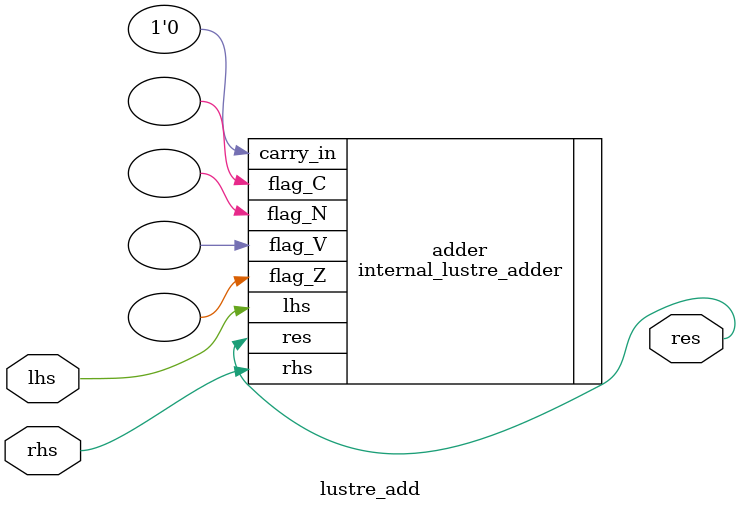
<source format=v>
`include "internal/lustre_adder.v"

module lustre_add #(
    parameter N = 1
) (
    input  wire [N-1:0] lhs,
    input  wire [N-1:0] rhs,
    output wire [N-1:0] res
);

  internal_lustre_adder #(
      .N(N)
  ) adder (
      .lhs(lhs),
      .rhs(rhs),
      .carry_in(1'd0),
      .res(res),
      .flag_Z(),
      .flag_N(),
      .flag_C(),
      .flag_V()
  );
endmodule

</source>
